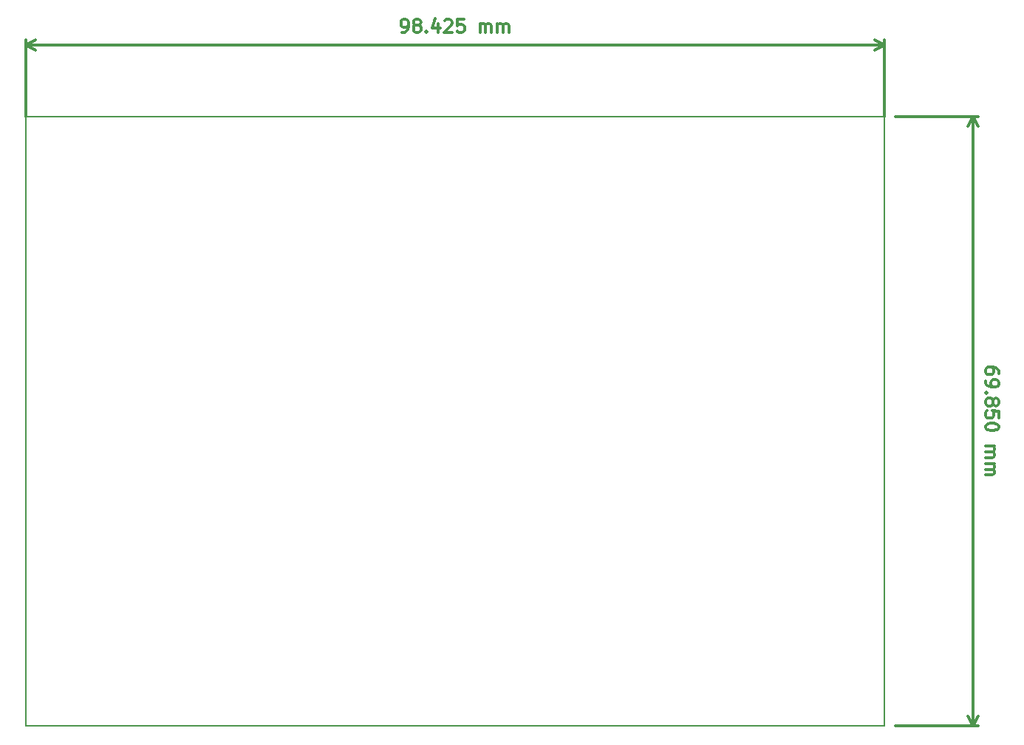
<source format=gbr>
G04 #@! TF.GenerationSoftware,KiCad,Pcbnew,(5.0.1)-3*
G04 #@! TF.CreationDate,2020-04-03T17:54:04+03:00*
G04 #@! TF.ProjectId,respirator-control,72657370697261746F722D636F6E7472,rev?*
G04 #@! TF.SameCoordinates,Original*
G04 #@! TF.FileFunction,Other,User*
%FSLAX46Y46*%
G04 Gerber Fmt 4.6, Leading zero omitted, Abs format (unit mm)*
G04 Created by KiCad (PCBNEW (5.0.1)-3) date 4/3/2020 5:54:04 PM*
%MOMM*%
%LPD*%
G01*
G04 APERTURE LIST*
%ADD10C,0.200000*%
%ADD11C,0.300000*%
G04 APERTURE END LIST*
D10*
X57150000Y-55245000D02*
X57150000Y-125095000D01*
X155575000Y-55245000D02*
X155575000Y-125095000D01*
X155575000Y-125095000D02*
X57150000Y-125095000D01*
D11*
X100291071Y-45568572D02*
X100576785Y-45568572D01*
X100719642Y-45497143D01*
X100791071Y-45425715D01*
X100933928Y-45211429D01*
X101005357Y-44925715D01*
X101005357Y-44354286D01*
X100933928Y-44211429D01*
X100862500Y-44140001D01*
X100719642Y-44068572D01*
X100433928Y-44068572D01*
X100291071Y-44140001D01*
X100219642Y-44211429D01*
X100148214Y-44354286D01*
X100148214Y-44711429D01*
X100219642Y-44854286D01*
X100291071Y-44925715D01*
X100433928Y-44997143D01*
X100719642Y-44997143D01*
X100862500Y-44925715D01*
X100933928Y-44854286D01*
X101005357Y-44711429D01*
X101862500Y-44711429D02*
X101719642Y-44640001D01*
X101648214Y-44568572D01*
X101576785Y-44425715D01*
X101576785Y-44354286D01*
X101648214Y-44211429D01*
X101719642Y-44140001D01*
X101862500Y-44068572D01*
X102148214Y-44068572D01*
X102291071Y-44140001D01*
X102362500Y-44211429D01*
X102433928Y-44354286D01*
X102433928Y-44425715D01*
X102362500Y-44568572D01*
X102291071Y-44640001D01*
X102148214Y-44711429D01*
X101862500Y-44711429D01*
X101719642Y-44782858D01*
X101648214Y-44854286D01*
X101576785Y-44997143D01*
X101576785Y-45282858D01*
X101648214Y-45425715D01*
X101719642Y-45497143D01*
X101862500Y-45568572D01*
X102148214Y-45568572D01*
X102291071Y-45497143D01*
X102362500Y-45425715D01*
X102433928Y-45282858D01*
X102433928Y-44997143D01*
X102362500Y-44854286D01*
X102291071Y-44782858D01*
X102148214Y-44711429D01*
X103076785Y-45425715D02*
X103148214Y-45497143D01*
X103076785Y-45568572D01*
X103005357Y-45497143D01*
X103076785Y-45425715D01*
X103076785Y-45568572D01*
X104433928Y-44568572D02*
X104433928Y-45568572D01*
X104076785Y-43997143D02*
X103719642Y-45068572D01*
X104648214Y-45068572D01*
X105148214Y-44211429D02*
X105219642Y-44140001D01*
X105362500Y-44068572D01*
X105719642Y-44068572D01*
X105862500Y-44140001D01*
X105933928Y-44211429D01*
X106005357Y-44354286D01*
X106005357Y-44497143D01*
X105933928Y-44711429D01*
X105076785Y-45568572D01*
X106005357Y-45568572D01*
X107362500Y-44068572D02*
X106648214Y-44068572D01*
X106576785Y-44782858D01*
X106648214Y-44711429D01*
X106791071Y-44640001D01*
X107148214Y-44640001D01*
X107291071Y-44711429D01*
X107362500Y-44782858D01*
X107433928Y-44925715D01*
X107433928Y-45282858D01*
X107362500Y-45425715D01*
X107291071Y-45497143D01*
X107148214Y-45568572D01*
X106791071Y-45568572D01*
X106648214Y-45497143D01*
X106576785Y-45425715D01*
X109219642Y-45568572D02*
X109219642Y-44568572D01*
X109219642Y-44711429D02*
X109291071Y-44640001D01*
X109433928Y-44568572D01*
X109648214Y-44568572D01*
X109791071Y-44640001D01*
X109862500Y-44782858D01*
X109862500Y-45568572D01*
X109862500Y-44782858D02*
X109933928Y-44640001D01*
X110076785Y-44568572D01*
X110291071Y-44568572D01*
X110433928Y-44640001D01*
X110505357Y-44782858D01*
X110505357Y-45568572D01*
X111219642Y-45568572D02*
X111219642Y-44568572D01*
X111219642Y-44711429D02*
X111291071Y-44640001D01*
X111433928Y-44568572D01*
X111648214Y-44568572D01*
X111791071Y-44640001D01*
X111862500Y-44782858D01*
X111862500Y-45568572D01*
X111862500Y-44782858D02*
X111933928Y-44640001D01*
X112076785Y-44568572D01*
X112291071Y-44568572D01*
X112433928Y-44640001D01*
X112505357Y-44782858D01*
X112505357Y-45568572D01*
X155575000Y-46990001D02*
X57150000Y-46990001D01*
X155575000Y-55245000D02*
X155575000Y-46403580D01*
X57150000Y-55245000D02*
X57150000Y-46403580D01*
X57150000Y-46990001D02*
X58276504Y-46403580D01*
X57150000Y-46990001D02*
X58276504Y-47576422D01*
X155575000Y-46990001D02*
X154448496Y-46403580D01*
X155575000Y-46990001D02*
X154448496Y-47576422D01*
X168656428Y-84670000D02*
X168656428Y-84384285D01*
X168585000Y-84241428D01*
X168513571Y-84170000D01*
X168299285Y-84027142D01*
X168013571Y-83955714D01*
X167442142Y-83955714D01*
X167299285Y-84027142D01*
X167227857Y-84098571D01*
X167156428Y-84241428D01*
X167156428Y-84527142D01*
X167227857Y-84670000D01*
X167299285Y-84741428D01*
X167442142Y-84812857D01*
X167799285Y-84812857D01*
X167942142Y-84741428D01*
X168013571Y-84670000D01*
X168085000Y-84527142D01*
X168085000Y-84241428D01*
X168013571Y-84098571D01*
X167942142Y-84027142D01*
X167799285Y-83955714D01*
X167156428Y-85527142D02*
X167156428Y-85812857D01*
X167227857Y-85955714D01*
X167299285Y-86027142D01*
X167513571Y-86170000D01*
X167799285Y-86241428D01*
X168370714Y-86241428D01*
X168513571Y-86170000D01*
X168585000Y-86098571D01*
X168656428Y-85955714D01*
X168656428Y-85670000D01*
X168585000Y-85527142D01*
X168513571Y-85455714D01*
X168370714Y-85384285D01*
X168013571Y-85384285D01*
X167870714Y-85455714D01*
X167799285Y-85527142D01*
X167727857Y-85670000D01*
X167727857Y-85955714D01*
X167799285Y-86098571D01*
X167870714Y-86170000D01*
X168013571Y-86241428D01*
X167299285Y-86884285D02*
X167227857Y-86955714D01*
X167156428Y-86884285D01*
X167227857Y-86812857D01*
X167299285Y-86884285D01*
X167156428Y-86884285D01*
X168013571Y-87812857D02*
X168085000Y-87670000D01*
X168156428Y-87598571D01*
X168299285Y-87527142D01*
X168370714Y-87527142D01*
X168513571Y-87598571D01*
X168585000Y-87670000D01*
X168656428Y-87812857D01*
X168656428Y-88098571D01*
X168585000Y-88241428D01*
X168513571Y-88312857D01*
X168370714Y-88384285D01*
X168299285Y-88384285D01*
X168156428Y-88312857D01*
X168085000Y-88241428D01*
X168013571Y-88098571D01*
X168013571Y-87812857D01*
X167942142Y-87670000D01*
X167870714Y-87598571D01*
X167727857Y-87527142D01*
X167442142Y-87527142D01*
X167299285Y-87598571D01*
X167227857Y-87670000D01*
X167156428Y-87812857D01*
X167156428Y-88098571D01*
X167227857Y-88241428D01*
X167299285Y-88312857D01*
X167442142Y-88384285D01*
X167727857Y-88384285D01*
X167870714Y-88312857D01*
X167942142Y-88241428D01*
X168013571Y-88098571D01*
X168656428Y-89741428D02*
X168656428Y-89027142D01*
X167942142Y-88955714D01*
X168013571Y-89027142D01*
X168085000Y-89170000D01*
X168085000Y-89527142D01*
X168013571Y-89670000D01*
X167942142Y-89741428D01*
X167799285Y-89812857D01*
X167442142Y-89812857D01*
X167299285Y-89741428D01*
X167227857Y-89670000D01*
X167156428Y-89527142D01*
X167156428Y-89170000D01*
X167227857Y-89027142D01*
X167299285Y-88955714D01*
X168656428Y-90741428D02*
X168656428Y-90884285D01*
X168585000Y-91027142D01*
X168513571Y-91098571D01*
X168370714Y-91170000D01*
X168085000Y-91241428D01*
X167727857Y-91241428D01*
X167442142Y-91170000D01*
X167299285Y-91098571D01*
X167227857Y-91027142D01*
X167156428Y-90884285D01*
X167156428Y-90741428D01*
X167227857Y-90598571D01*
X167299285Y-90527142D01*
X167442142Y-90455714D01*
X167727857Y-90384285D01*
X168085000Y-90384285D01*
X168370714Y-90455714D01*
X168513571Y-90527142D01*
X168585000Y-90598571D01*
X168656428Y-90741428D01*
X167156428Y-93027142D02*
X168156428Y-93027142D01*
X168013571Y-93027142D02*
X168085000Y-93098571D01*
X168156428Y-93241428D01*
X168156428Y-93455714D01*
X168085000Y-93598571D01*
X167942142Y-93670000D01*
X167156428Y-93670000D01*
X167942142Y-93670000D02*
X168085000Y-93741428D01*
X168156428Y-93884285D01*
X168156428Y-94098571D01*
X168085000Y-94241428D01*
X167942142Y-94312857D01*
X167156428Y-94312857D01*
X167156428Y-95027142D02*
X168156428Y-95027142D01*
X168013571Y-95027142D02*
X168085000Y-95098571D01*
X168156428Y-95241428D01*
X168156428Y-95455714D01*
X168085000Y-95598571D01*
X167942142Y-95670000D01*
X167156428Y-95670000D01*
X167942142Y-95670000D02*
X168085000Y-95741428D01*
X168156428Y-95884285D01*
X168156428Y-96098571D01*
X168085000Y-96241428D01*
X167942142Y-96312857D01*
X167156428Y-96312857D01*
X165735000Y-55245000D02*
X165735000Y-125095000D01*
X156845000Y-55245000D02*
X166321421Y-55245000D01*
X156845000Y-125095000D02*
X166321421Y-125095000D01*
X165735000Y-125095000D02*
X165148579Y-123968496D01*
X165735000Y-125095000D02*
X166321421Y-123968496D01*
X165735000Y-55245000D02*
X165148579Y-56371504D01*
X165735000Y-55245000D02*
X166321421Y-56371504D01*
D10*
X155575000Y-55245000D02*
X57150000Y-55245000D01*
M02*

</source>
